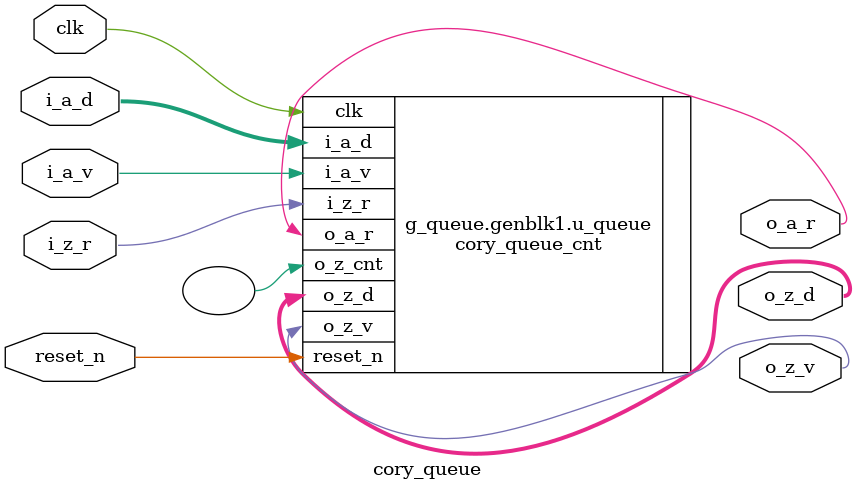
<source format=v>
`ifndef CORY_QUEUE
    `define CORY_QUEUE

module cory_queue # (
    parameter   N   = 8,
    parameter   Q   = 2
) (
    input           clk,

    input           i_a_v,
    input   [N-1:0] i_a_d,
    output          o_a_r,

    output          o_z_v,
    output  [N-1:0] o_z_d,
    input           i_z_r,

    input           reset_n

);

generate
begin : g_queue
    case (Q)
    0: begin
        assign  o_z_v   = i_a_v;
        assign  o_z_d   = i_a_d;
        assign  o_a_r   = i_z_r;
    end
    1:
        cory_flop #(.N(N)) u_queue (
            .clk            (clk),
            .i_a_v          (i_a_v),
            .i_a_d          (i_a_d),
            .o_a_r          (o_a_r),
            .o_z_v          (o_z_v),
            .o_z_d          (o_z_d),
            .i_z_r          (i_z_r),
            .reset_n        (reset_n)
        );
    default:
        cory_queue_cnt #(.N(N), .Q(Q)) u_queue (
            .clk            (clk),
            .i_a_v          (i_a_v),
            .i_a_d          (i_a_d),
            .o_a_r          (o_a_r),
            .o_z_v          (o_z_v),
            .o_z_d          (o_z_d),
            .i_z_r          (i_z_r),
            .o_z_cnt        (),
            .reset_n        (reset_n)
        );
    endcase
end
endgenerate

endmodule

`endif


</source>
